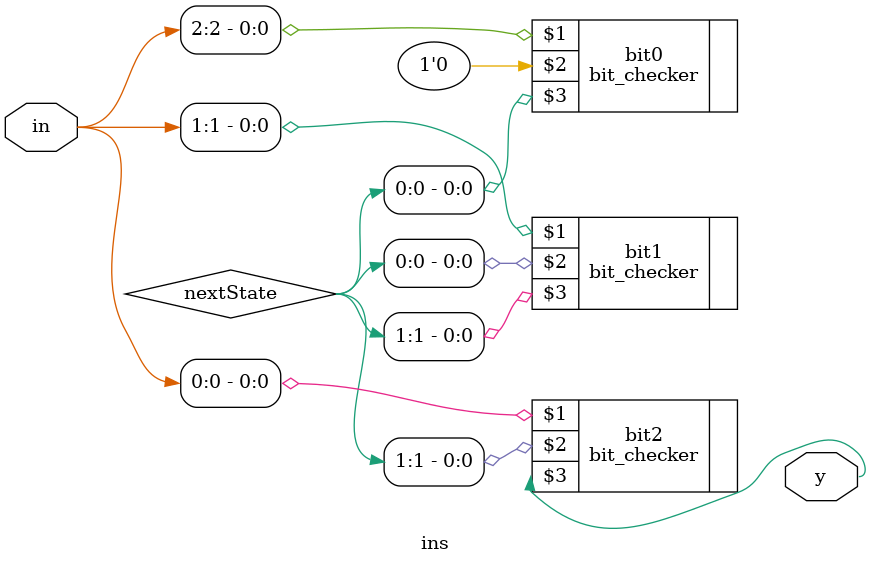
<source format=v>
`include "A3Q2_1bit_logic.v"

module ins(
    input [2:0] in,
    output y    
);
    wire [2:0] nextState;
    bit_checker bit0(in[2],1'b0,nextState[0]);
    bit_checker bit1(in[1],nextState[0],nextState[1]);
    bit_checker bit2(in[0],nextState[1],y);

endmodule
</source>
